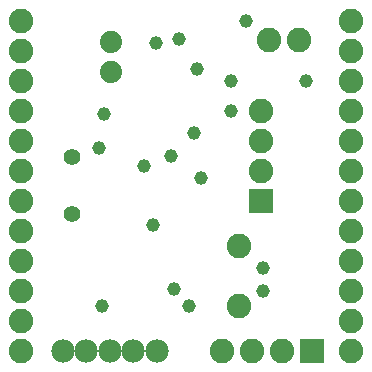
<source format=gbs>
G75*
%MOIN*%
%OFA0B0*%
%FSLAX25Y25*%
%IPPOS*%
%LPD*%
%AMOC8*
5,1,8,0,0,1.08239X$1,22.5*
%
%ADD10C,0.05600*%
%ADD11R,0.08200X0.08200*%
%ADD12C,0.08200*%
%ADD13C,0.07400*%
%ADD14C,0.07800*%
%ADD15C,0.04562*%
D10*
X0028500Y0057996D03*
X0028500Y0076996D03*
D11*
X0091500Y0062496D03*
X0108500Y0012496D03*
D12*
X0011500Y0012496D03*
X0011500Y0022496D03*
X0011500Y0032496D03*
X0011500Y0042496D03*
X0011500Y0052496D03*
X0011500Y0062496D03*
X0011500Y0072496D03*
X0011500Y0082496D03*
X0011500Y0092496D03*
X0011500Y0102496D03*
X0011500Y0112496D03*
X0011500Y0122496D03*
X0084000Y0047496D03*
X0084000Y0027496D03*
X0088500Y0012496D03*
X0078500Y0012496D03*
X0098500Y0012496D03*
X0121500Y0012496D03*
X0121500Y0022496D03*
X0121500Y0032496D03*
X0121500Y0042496D03*
X0121500Y0052496D03*
X0121500Y0062496D03*
X0121500Y0072496D03*
X0121500Y0082496D03*
X0121500Y0092496D03*
X0121500Y0102496D03*
X0121500Y0112496D03*
X0121500Y0122496D03*
X0104000Y0115996D03*
X0094000Y0115996D03*
X0091500Y0092496D03*
X0091500Y0082496D03*
X0091500Y0072496D03*
D13*
X0041500Y0105496D03*
X0041500Y0115496D03*
D14*
X0041000Y0012496D03*
X0033165Y0012496D03*
X0025331Y0012496D03*
X0048835Y0012496D03*
X0056669Y0012496D03*
D15*
X0067500Y0027496D03*
X0062500Y0032996D03*
X0055500Y0054496D03*
X0071500Y0069996D03*
X0061500Y0077496D03*
X0069000Y0084996D03*
X0081500Y0092496D03*
X0081500Y0102496D03*
X0070000Y0106496D03*
X0064000Y0116496D03*
X0056500Y0114996D03*
X0039000Y0091496D03*
X0037500Y0079996D03*
X0052500Y0073996D03*
X0092000Y0039996D03*
X0092000Y0032496D03*
X0038500Y0027496D03*
X0106500Y0102496D03*
X0086500Y0122496D03*
M02*

</source>
